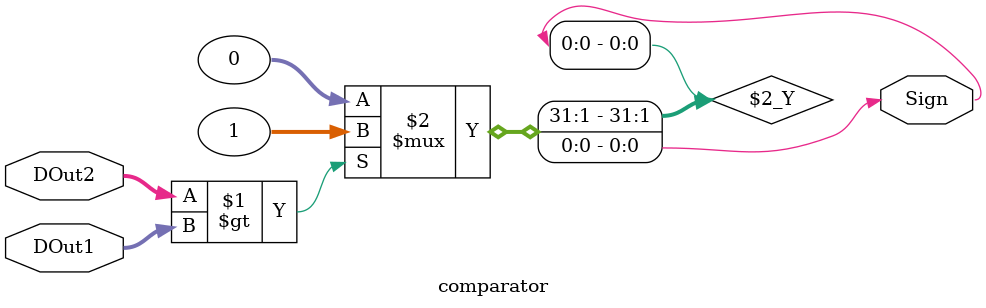
<source format=v>
module comparator (Sign , DOut1, DOut2);
output Sign;
input wire[7:0] DOut1, DOut2;

assign Sign = (DOut2>DOut1) ? 1 : 0;

endmodule 
</source>
